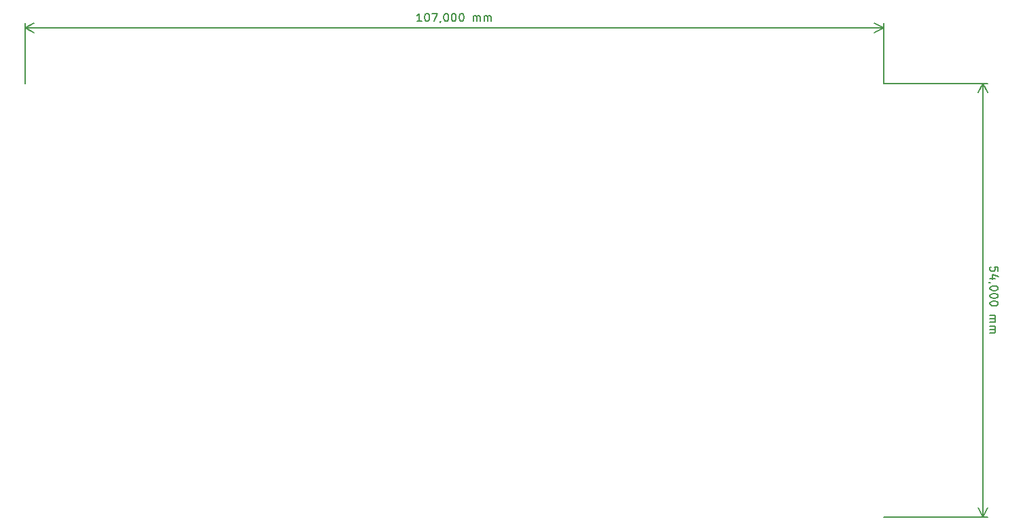
<source format=gbr>
G04 #@! TF.GenerationSoftware,KiCad,Pcbnew,(5.1.9)-1*
G04 #@! TF.CreationDate,2021-03-29T18:58:07+02:00*
G04 #@! TF.ProjectId,Interface_board_1,496e7465-7266-4616-9365-5f626f617264,4.h.0.01*
G04 #@! TF.SameCoordinates,Original*
G04 #@! TF.FileFunction,Other,ECO1*
%FSLAX46Y46*%
G04 Gerber Fmt 4.6, Leading zero omitted, Abs format (unit mm)*
G04 Created by KiCad (PCBNEW (5.1.9)-1) date 2021-03-29 18:58:07*
%MOMM*%
%LPD*%
G01*
G04 APERTURE LIST*
%ADD10C,0.150000*%
G04 APERTURE END LIST*
D10*
X219817619Y-102542792D02*
X219817619Y-102066601D01*
X219341428Y-102018982D01*
X219389047Y-102066601D01*
X219436666Y-102161840D01*
X219436666Y-102399935D01*
X219389047Y-102495173D01*
X219341428Y-102542792D01*
X219246190Y-102590411D01*
X219008095Y-102590411D01*
X218912857Y-102542792D01*
X218865238Y-102495173D01*
X218817619Y-102399935D01*
X218817619Y-102161840D01*
X218865238Y-102066601D01*
X218912857Y-102018982D01*
X219484285Y-103447554D02*
X218817619Y-103447554D01*
X219865238Y-103209459D02*
X219150952Y-102971363D01*
X219150952Y-103590411D01*
X218865238Y-104018982D02*
X218817619Y-104018982D01*
X218722380Y-103971363D01*
X218674761Y-103923744D01*
X219817619Y-104638030D02*
X219817619Y-104733268D01*
X219770000Y-104828506D01*
X219722380Y-104876125D01*
X219627142Y-104923744D01*
X219436666Y-104971363D01*
X219198571Y-104971363D01*
X219008095Y-104923744D01*
X218912857Y-104876125D01*
X218865238Y-104828506D01*
X218817619Y-104733268D01*
X218817619Y-104638030D01*
X218865238Y-104542792D01*
X218912857Y-104495173D01*
X219008095Y-104447554D01*
X219198571Y-104399935D01*
X219436666Y-104399935D01*
X219627142Y-104447554D01*
X219722380Y-104495173D01*
X219770000Y-104542792D01*
X219817619Y-104638030D01*
X219817619Y-105590411D02*
X219817619Y-105685649D01*
X219770000Y-105780887D01*
X219722380Y-105828506D01*
X219627142Y-105876125D01*
X219436666Y-105923744D01*
X219198571Y-105923744D01*
X219008095Y-105876125D01*
X218912857Y-105828506D01*
X218865238Y-105780887D01*
X218817619Y-105685649D01*
X218817619Y-105590411D01*
X218865238Y-105495173D01*
X218912857Y-105447554D01*
X219008095Y-105399935D01*
X219198571Y-105352316D01*
X219436666Y-105352316D01*
X219627142Y-105399935D01*
X219722380Y-105447554D01*
X219770000Y-105495173D01*
X219817619Y-105590411D01*
X219817619Y-106542792D02*
X219817619Y-106638030D01*
X219770000Y-106733268D01*
X219722380Y-106780887D01*
X219627142Y-106828506D01*
X219436666Y-106876125D01*
X219198571Y-106876125D01*
X219008095Y-106828506D01*
X218912857Y-106780887D01*
X218865238Y-106733268D01*
X218817619Y-106638030D01*
X218817619Y-106542792D01*
X218865238Y-106447554D01*
X218912857Y-106399935D01*
X219008095Y-106352316D01*
X219198571Y-106304697D01*
X219436666Y-106304697D01*
X219627142Y-106352316D01*
X219722380Y-106399935D01*
X219770000Y-106447554D01*
X219817619Y-106542792D01*
X218817619Y-108066601D02*
X219484285Y-108066601D01*
X219389047Y-108066601D02*
X219436666Y-108114220D01*
X219484285Y-108209459D01*
X219484285Y-108352316D01*
X219436666Y-108447554D01*
X219341428Y-108495173D01*
X218817619Y-108495173D01*
X219341428Y-108495173D02*
X219436666Y-108542792D01*
X219484285Y-108638030D01*
X219484285Y-108780887D01*
X219436666Y-108876125D01*
X219341428Y-108923744D01*
X218817619Y-108923744D01*
X218817619Y-109399935D02*
X219484285Y-109399935D01*
X219389047Y-109399935D02*
X219436666Y-109447554D01*
X219484285Y-109542792D01*
X219484285Y-109685649D01*
X219436666Y-109780887D01*
X219341428Y-109828506D01*
X218817619Y-109828506D01*
X219341428Y-109828506D02*
X219436666Y-109876125D01*
X219484285Y-109971363D01*
X219484285Y-110114220D01*
X219436666Y-110209459D01*
X219341428Y-110257078D01*
X218817619Y-110257078D01*
X217970000Y-79161840D02*
X217970000Y-133161840D01*
X205538580Y-79161840D02*
X218556421Y-79161840D01*
X205538580Y-133161840D02*
X218556421Y-133161840D01*
X217970000Y-133161840D02*
X217383579Y-132035336D01*
X217970000Y-133161840D02*
X218556421Y-132035336D01*
X217970000Y-79161840D02*
X217383579Y-80288344D01*
X217970000Y-79161840D02*
X218556421Y-80288344D01*
X147990900Y-71422380D02*
X147419472Y-71422380D01*
X147705186Y-71422380D02*
X147705186Y-70422380D01*
X147609948Y-70565238D01*
X147514710Y-70660476D01*
X147419472Y-70708095D01*
X148609948Y-70422380D02*
X148705186Y-70422380D01*
X148800424Y-70470000D01*
X148848043Y-70517619D01*
X148895662Y-70612857D01*
X148943281Y-70803333D01*
X148943281Y-71041428D01*
X148895662Y-71231904D01*
X148848043Y-71327142D01*
X148800424Y-71374761D01*
X148705186Y-71422380D01*
X148609948Y-71422380D01*
X148514710Y-71374761D01*
X148467091Y-71327142D01*
X148419472Y-71231904D01*
X148371853Y-71041428D01*
X148371853Y-70803333D01*
X148419472Y-70612857D01*
X148467091Y-70517619D01*
X148514710Y-70470000D01*
X148609948Y-70422380D01*
X149276615Y-70422380D02*
X149943281Y-70422380D01*
X149514710Y-71422380D01*
X150371853Y-71374761D02*
X150371853Y-71422380D01*
X150324234Y-71517619D01*
X150276615Y-71565238D01*
X150990900Y-70422380D02*
X151086139Y-70422380D01*
X151181377Y-70470000D01*
X151228996Y-70517619D01*
X151276615Y-70612857D01*
X151324234Y-70803333D01*
X151324234Y-71041428D01*
X151276615Y-71231904D01*
X151228996Y-71327142D01*
X151181377Y-71374761D01*
X151086139Y-71422380D01*
X150990900Y-71422380D01*
X150895662Y-71374761D01*
X150848043Y-71327142D01*
X150800424Y-71231904D01*
X150752805Y-71041428D01*
X150752805Y-70803333D01*
X150800424Y-70612857D01*
X150848043Y-70517619D01*
X150895662Y-70470000D01*
X150990900Y-70422380D01*
X151943281Y-70422380D02*
X152038520Y-70422380D01*
X152133758Y-70470000D01*
X152181377Y-70517619D01*
X152228996Y-70612857D01*
X152276615Y-70803333D01*
X152276615Y-71041428D01*
X152228996Y-71231904D01*
X152181377Y-71327142D01*
X152133758Y-71374761D01*
X152038520Y-71422380D01*
X151943281Y-71422380D01*
X151848043Y-71374761D01*
X151800424Y-71327142D01*
X151752805Y-71231904D01*
X151705186Y-71041428D01*
X151705186Y-70803333D01*
X151752805Y-70612857D01*
X151800424Y-70517619D01*
X151848043Y-70470000D01*
X151943281Y-70422380D01*
X152895662Y-70422380D02*
X152990900Y-70422380D01*
X153086139Y-70470000D01*
X153133758Y-70517619D01*
X153181377Y-70612857D01*
X153228996Y-70803333D01*
X153228996Y-71041428D01*
X153181377Y-71231904D01*
X153133758Y-71327142D01*
X153086139Y-71374761D01*
X152990900Y-71422380D01*
X152895662Y-71422380D01*
X152800424Y-71374761D01*
X152752805Y-71327142D01*
X152705186Y-71231904D01*
X152657567Y-71041428D01*
X152657567Y-70803333D01*
X152705186Y-70612857D01*
X152752805Y-70517619D01*
X152800424Y-70470000D01*
X152895662Y-70422380D01*
X154419472Y-71422380D02*
X154419472Y-70755714D01*
X154419472Y-70850952D02*
X154467091Y-70803333D01*
X154562329Y-70755714D01*
X154705186Y-70755714D01*
X154800424Y-70803333D01*
X154848043Y-70898571D01*
X154848043Y-71422380D01*
X154848043Y-70898571D02*
X154895662Y-70803333D01*
X154990900Y-70755714D01*
X155133758Y-70755714D01*
X155228996Y-70803333D01*
X155276615Y-70898571D01*
X155276615Y-71422380D01*
X155752805Y-71422380D02*
X155752805Y-70755714D01*
X155752805Y-70850952D02*
X155800424Y-70803333D01*
X155895662Y-70755714D01*
X156038520Y-70755714D01*
X156133758Y-70803333D01*
X156181377Y-70898571D01*
X156181377Y-71422380D01*
X156181377Y-70898571D02*
X156228996Y-70803333D01*
X156324234Y-70755714D01*
X156467091Y-70755714D01*
X156562329Y-70803333D01*
X156609948Y-70898571D01*
X156609948Y-71422380D01*
X98538460Y-72270000D02*
X205538580Y-72270000D01*
X98538460Y-79161840D02*
X98538460Y-71683579D01*
X205538580Y-79161840D02*
X205538580Y-71683579D01*
X205538580Y-72270000D02*
X204412076Y-72856421D01*
X205538580Y-72270000D02*
X204412076Y-71683579D01*
X98538460Y-72270000D02*
X99664964Y-72856421D01*
X98538460Y-72270000D02*
X99664964Y-71683579D01*
M02*

</source>
